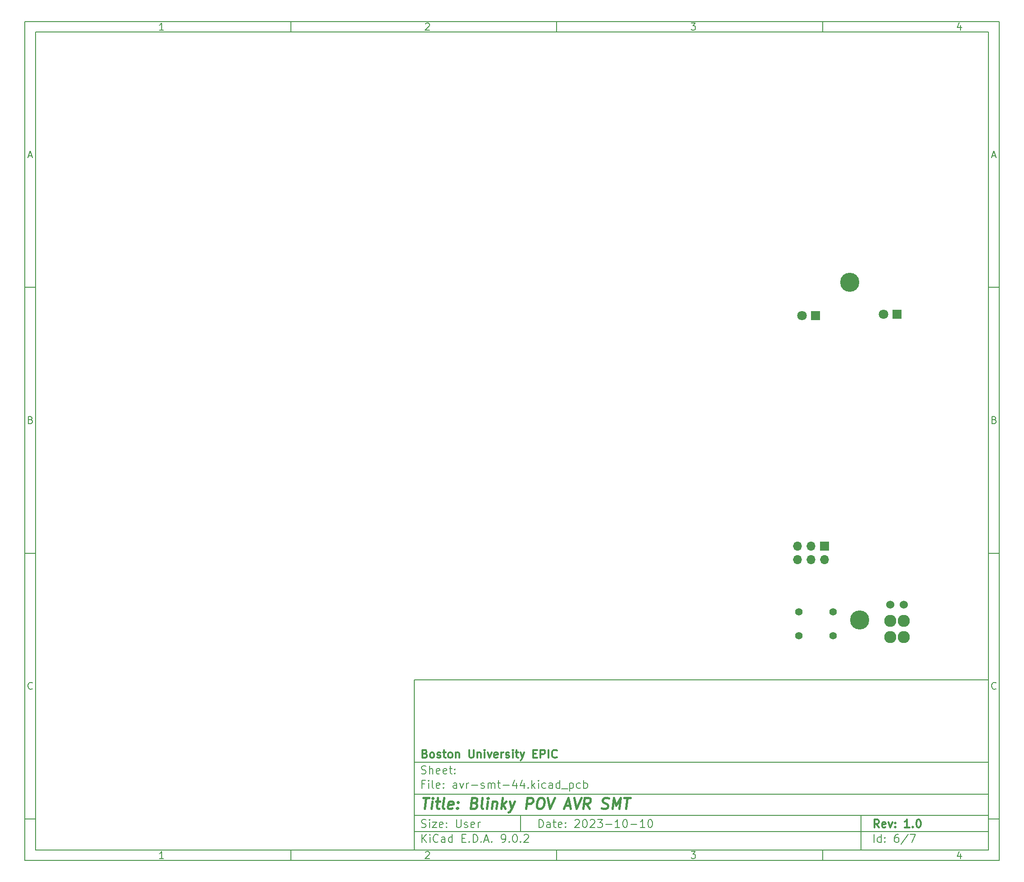
<source format=gbr>
%TF.GenerationSoftware,KiCad,Pcbnew,9.0.2-9.0.2-0~ubuntu24.04.1*%
%TF.CreationDate,2025-05-15T08:46:20-04:00*%
%TF.ProjectId,avr-smt-44,6176722d-736d-4742-9d34-342e6b696361,1.0*%
%TF.SameCoordinates,Original*%
%TF.FileFunction,Soldermask,Bot*%
%TF.FilePolarity,Negative*%
%FSLAX46Y46*%
G04 Gerber Fmt 4.6, Leading zero omitted, Abs format (unit mm)*
G04 Created by KiCad (PCBNEW 9.0.2-9.0.2-0~ubuntu24.04.1) date 2025-05-15 08:46:20*
%MOMM*%
%LPD*%
G01*
G04 APERTURE LIST*
%ADD10C,0.100000*%
%ADD11C,0.150000*%
%ADD12C,0.300000*%
%ADD13C,0.400000*%
%ADD14C,3.600000*%
%ADD15R,1.700000X1.700000*%
%ADD16O,1.700000X1.700000*%
%ADD17C,1.397000*%
%ADD18C,1.524000*%
%ADD19C,2.286000*%
%ADD20R,1.800000X1.800000*%
%ADD21C,1.800000*%
G04 APERTURE END LIST*
D10*
D11*
X83200000Y-133800000D02*
X191200000Y-133800000D01*
X191200000Y-165800000D01*
X83200000Y-165800000D01*
X83200000Y-133800000D01*
D10*
D11*
X10000000Y-10000000D02*
X193200000Y-10000000D01*
X193200000Y-167800000D01*
X10000000Y-167800000D01*
X10000000Y-10000000D01*
D10*
D11*
X12000000Y-12000000D02*
X191200000Y-12000000D01*
X191200000Y-165800000D01*
X12000000Y-165800000D01*
X12000000Y-12000000D01*
D10*
D11*
X60000000Y-12000000D02*
X60000000Y-10000000D01*
D10*
D11*
X110000000Y-12000000D02*
X110000000Y-10000000D01*
D10*
D11*
X160000000Y-12000000D02*
X160000000Y-10000000D01*
D10*
D11*
X36089160Y-11593604D02*
X35346303Y-11593604D01*
X35717731Y-11593604D02*
X35717731Y-10293604D01*
X35717731Y-10293604D02*
X35593922Y-10479319D01*
X35593922Y-10479319D02*
X35470112Y-10603128D01*
X35470112Y-10603128D02*
X35346303Y-10665033D01*
D10*
D11*
X85346303Y-10417414D02*
X85408207Y-10355509D01*
X85408207Y-10355509D02*
X85532017Y-10293604D01*
X85532017Y-10293604D02*
X85841541Y-10293604D01*
X85841541Y-10293604D02*
X85965350Y-10355509D01*
X85965350Y-10355509D02*
X86027255Y-10417414D01*
X86027255Y-10417414D02*
X86089160Y-10541223D01*
X86089160Y-10541223D02*
X86089160Y-10665033D01*
X86089160Y-10665033D02*
X86027255Y-10850747D01*
X86027255Y-10850747D02*
X85284398Y-11593604D01*
X85284398Y-11593604D02*
X86089160Y-11593604D01*
D10*
D11*
X135284398Y-10293604D02*
X136089160Y-10293604D01*
X136089160Y-10293604D02*
X135655826Y-10788842D01*
X135655826Y-10788842D02*
X135841541Y-10788842D01*
X135841541Y-10788842D02*
X135965350Y-10850747D01*
X135965350Y-10850747D02*
X136027255Y-10912652D01*
X136027255Y-10912652D02*
X136089160Y-11036461D01*
X136089160Y-11036461D02*
X136089160Y-11345985D01*
X136089160Y-11345985D02*
X136027255Y-11469795D01*
X136027255Y-11469795D02*
X135965350Y-11531700D01*
X135965350Y-11531700D02*
X135841541Y-11593604D01*
X135841541Y-11593604D02*
X135470112Y-11593604D01*
X135470112Y-11593604D02*
X135346303Y-11531700D01*
X135346303Y-11531700D02*
X135284398Y-11469795D01*
D10*
D11*
X185965350Y-10726938D02*
X185965350Y-11593604D01*
X185655826Y-10231700D02*
X185346303Y-11160271D01*
X185346303Y-11160271D02*
X186151064Y-11160271D01*
D10*
D11*
X60000000Y-165800000D02*
X60000000Y-167800000D01*
D10*
D11*
X110000000Y-165800000D02*
X110000000Y-167800000D01*
D10*
D11*
X160000000Y-165800000D02*
X160000000Y-167800000D01*
D10*
D11*
X36089160Y-167393604D02*
X35346303Y-167393604D01*
X35717731Y-167393604D02*
X35717731Y-166093604D01*
X35717731Y-166093604D02*
X35593922Y-166279319D01*
X35593922Y-166279319D02*
X35470112Y-166403128D01*
X35470112Y-166403128D02*
X35346303Y-166465033D01*
D10*
D11*
X85346303Y-166217414D02*
X85408207Y-166155509D01*
X85408207Y-166155509D02*
X85532017Y-166093604D01*
X85532017Y-166093604D02*
X85841541Y-166093604D01*
X85841541Y-166093604D02*
X85965350Y-166155509D01*
X85965350Y-166155509D02*
X86027255Y-166217414D01*
X86027255Y-166217414D02*
X86089160Y-166341223D01*
X86089160Y-166341223D02*
X86089160Y-166465033D01*
X86089160Y-166465033D02*
X86027255Y-166650747D01*
X86027255Y-166650747D02*
X85284398Y-167393604D01*
X85284398Y-167393604D02*
X86089160Y-167393604D01*
D10*
D11*
X135284398Y-166093604D02*
X136089160Y-166093604D01*
X136089160Y-166093604D02*
X135655826Y-166588842D01*
X135655826Y-166588842D02*
X135841541Y-166588842D01*
X135841541Y-166588842D02*
X135965350Y-166650747D01*
X135965350Y-166650747D02*
X136027255Y-166712652D01*
X136027255Y-166712652D02*
X136089160Y-166836461D01*
X136089160Y-166836461D02*
X136089160Y-167145985D01*
X136089160Y-167145985D02*
X136027255Y-167269795D01*
X136027255Y-167269795D02*
X135965350Y-167331700D01*
X135965350Y-167331700D02*
X135841541Y-167393604D01*
X135841541Y-167393604D02*
X135470112Y-167393604D01*
X135470112Y-167393604D02*
X135346303Y-167331700D01*
X135346303Y-167331700D02*
X135284398Y-167269795D01*
D10*
D11*
X185965350Y-166526938D02*
X185965350Y-167393604D01*
X185655826Y-166031700D02*
X185346303Y-166960271D01*
X185346303Y-166960271D02*
X186151064Y-166960271D01*
D10*
D11*
X10000000Y-60000000D02*
X12000000Y-60000000D01*
D10*
D11*
X10000000Y-110000000D02*
X12000000Y-110000000D01*
D10*
D11*
X10000000Y-160000000D02*
X12000000Y-160000000D01*
D10*
D11*
X10690476Y-35222176D02*
X11309523Y-35222176D01*
X10566666Y-35593604D02*
X10999999Y-34293604D01*
X10999999Y-34293604D02*
X11433333Y-35593604D01*
D10*
D11*
X11092857Y-84912652D02*
X11278571Y-84974557D01*
X11278571Y-84974557D02*
X11340476Y-85036461D01*
X11340476Y-85036461D02*
X11402380Y-85160271D01*
X11402380Y-85160271D02*
X11402380Y-85345985D01*
X11402380Y-85345985D02*
X11340476Y-85469795D01*
X11340476Y-85469795D02*
X11278571Y-85531700D01*
X11278571Y-85531700D02*
X11154761Y-85593604D01*
X11154761Y-85593604D02*
X10659523Y-85593604D01*
X10659523Y-85593604D02*
X10659523Y-84293604D01*
X10659523Y-84293604D02*
X11092857Y-84293604D01*
X11092857Y-84293604D02*
X11216666Y-84355509D01*
X11216666Y-84355509D02*
X11278571Y-84417414D01*
X11278571Y-84417414D02*
X11340476Y-84541223D01*
X11340476Y-84541223D02*
X11340476Y-84665033D01*
X11340476Y-84665033D02*
X11278571Y-84788842D01*
X11278571Y-84788842D02*
X11216666Y-84850747D01*
X11216666Y-84850747D02*
X11092857Y-84912652D01*
X11092857Y-84912652D02*
X10659523Y-84912652D01*
D10*
D11*
X11402380Y-135469795D02*
X11340476Y-135531700D01*
X11340476Y-135531700D02*
X11154761Y-135593604D01*
X11154761Y-135593604D02*
X11030952Y-135593604D01*
X11030952Y-135593604D02*
X10845238Y-135531700D01*
X10845238Y-135531700D02*
X10721428Y-135407890D01*
X10721428Y-135407890D02*
X10659523Y-135284080D01*
X10659523Y-135284080D02*
X10597619Y-135036461D01*
X10597619Y-135036461D02*
X10597619Y-134850747D01*
X10597619Y-134850747D02*
X10659523Y-134603128D01*
X10659523Y-134603128D02*
X10721428Y-134479319D01*
X10721428Y-134479319D02*
X10845238Y-134355509D01*
X10845238Y-134355509D02*
X11030952Y-134293604D01*
X11030952Y-134293604D02*
X11154761Y-134293604D01*
X11154761Y-134293604D02*
X11340476Y-134355509D01*
X11340476Y-134355509D02*
X11402380Y-134417414D01*
D10*
D11*
X193200000Y-60000000D02*
X191200000Y-60000000D01*
D10*
D11*
X193200000Y-110000000D02*
X191200000Y-110000000D01*
D10*
D11*
X193200000Y-160000000D02*
X191200000Y-160000000D01*
D10*
D11*
X191890476Y-35222176D02*
X192509523Y-35222176D01*
X191766666Y-35593604D02*
X192199999Y-34293604D01*
X192199999Y-34293604D02*
X192633333Y-35593604D01*
D10*
D11*
X192292857Y-84912652D02*
X192478571Y-84974557D01*
X192478571Y-84974557D02*
X192540476Y-85036461D01*
X192540476Y-85036461D02*
X192602380Y-85160271D01*
X192602380Y-85160271D02*
X192602380Y-85345985D01*
X192602380Y-85345985D02*
X192540476Y-85469795D01*
X192540476Y-85469795D02*
X192478571Y-85531700D01*
X192478571Y-85531700D02*
X192354761Y-85593604D01*
X192354761Y-85593604D02*
X191859523Y-85593604D01*
X191859523Y-85593604D02*
X191859523Y-84293604D01*
X191859523Y-84293604D02*
X192292857Y-84293604D01*
X192292857Y-84293604D02*
X192416666Y-84355509D01*
X192416666Y-84355509D02*
X192478571Y-84417414D01*
X192478571Y-84417414D02*
X192540476Y-84541223D01*
X192540476Y-84541223D02*
X192540476Y-84665033D01*
X192540476Y-84665033D02*
X192478571Y-84788842D01*
X192478571Y-84788842D02*
X192416666Y-84850747D01*
X192416666Y-84850747D02*
X192292857Y-84912652D01*
X192292857Y-84912652D02*
X191859523Y-84912652D01*
D10*
D11*
X192602380Y-135469795D02*
X192540476Y-135531700D01*
X192540476Y-135531700D02*
X192354761Y-135593604D01*
X192354761Y-135593604D02*
X192230952Y-135593604D01*
X192230952Y-135593604D02*
X192045238Y-135531700D01*
X192045238Y-135531700D02*
X191921428Y-135407890D01*
X191921428Y-135407890D02*
X191859523Y-135284080D01*
X191859523Y-135284080D02*
X191797619Y-135036461D01*
X191797619Y-135036461D02*
X191797619Y-134850747D01*
X191797619Y-134850747D02*
X191859523Y-134603128D01*
X191859523Y-134603128D02*
X191921428Y-134479319D01*
X191921428Y-134479319D02*
X192045238Y-134355509D01*
X192045238Y-134355509D02*
X192230952Y-134293604D01*
X192230952Y-134293604D02*
X192354761Y-134293604D01*
X192354761Y-134293604D02*
X192540476Y-134355509D01*
X192540476Y-134355509D02*
X192602380Y-134417414D01*
D10*
D11*
X106655826Y-161586128D02*
X106655826Y-160086128D01*
X106655826Y-160086128D02*
X107012969Y-160086128D01*
X107012969Y-160086128D02*
X107227255Y-160157557D01*
X107227255Y-160157557D02*
X107370112Y-160300414D01*
X107370112Y-160300414D02*
X107441541Y-160443271D01*
X107441541Y-160443271D02*
X107512969Y-160728985D01*
X107512969Y-160728985D02*
X107512969Y-160943271D01*
X107512969Y-160943271D02*
X107441541Y-161228985D01*
X107441541Y-161228985D02*
X107370112Y-161371842D01*
X107370112Y-161371842D02*
X107227255Y-161514700D01*
X107227255Y-161514700D02*
X107012969Y-161586128D01*
X107012969Y-161586128D02*
X106655826Y-161586128D01*
X108798684Y-161586128D02*
X108798684Y-160800414D01*
X108798684Y-160800414D02*
X108727255Y-160657557D01*
X108727255Y-160657557D02*
X108584398Y-160586128D01*
X108584398Y-160586128D02*
X108298684Y-160586128D01*
X108298684Y-160586128D02*
X108155826Y-160657557D01*
X108798684Y-161514700D02*
X108655826Y-161586128D01*
X108655826Y-161586128D02*
X108298684Y-161586128D01*
X108298684Y-161586128D02*
X108155826Y-161514700D01*
X108155826Y-161514700D02*
X108084398Y-161371842D01*
X108084398Y-161371842D02*
X108084398Y-161228985D01*
X108084398Y-161228985D02*
X108155826Y-161086128D01*
X108155826Y-161086128D02*
X108298684Y-161014700D01*
X108298684Y-161014700D02*
X108655826Y-161014700D01*
X108655826Y-161014700D02*
X108798684Y-160943271D01*
X109298684Y-160586128D02*
X109870112Y-160586128D01*
X109512969Y-160086128D02*
X109512969Y-161371842D01*
X109512969Y-161371842D02*
X109584398Y-161514700D01*
X109584398Y-161514700D02*
X109727255Y-161586128D01*
X109727255Y-161586128D02*
X109870112Y-161586128D01*
X110941541Y-161514700D02*
X110798684Y-161586128D01*
X110798684Y-161586128D02*
X110512970Y-161586128D01*
X110512970Y-161586128D02*
X110370112Y-161514700D01*
X110370112Y-161514700D02*
X110298684Y-161371842D01*
X110298684Y-161371842D02*
X110298684Y-160800414D01*
X110298684Y-160800414D02*
X110370112Y-160657557D01*
X110370112Y-160657557D02*
X110512970Y-160586128D01*
X110512970Y-160586128D02*
X110798684Y-160586128D01*
X110798684Y-160586128D02*
X110941541Y-160657557D01*
X110941541Y-160657557D02*
X111012970Y-160800414D01*
X111012970Y-160800414D02*
X111012970Y-160943271D01*
X111012970Y-160943271D02*
X110298684Y-161086128D01*
X111655826Y-161443271D02*
X111727255Y-161514700D01*
X111727255Y-161514700D02*
X111655826Y-161586128D01*
X111655826Y-161586128D02*
X111584398Y-161514700D01*
X111584398Y-161514700D02*
X111655826Y-161443271D01*
X111655826Y-161443271D02*
X111655826Y-161586128D01*
X111655826Y-160657557D02*
X111727255Y-160728985D01*
X111727255Y-160728985D02*
X111655826Y-160800414D01*
X111655826Y-160800414D02*
X111584398Y-160728985D01*
X111584398Y-160728985D02*
X111655826Y-160657557D01*
X111655826Y-160657557D02*
X111655826Y-160800414D01*
X113441541Y-160228985D02*
X113512969Y-160157557D01*
X113512969Y-160157557D02*
X113655827Y-160086128D01*
X113655827Y-160086128D02*
X114012969Y-160086128D01*
X114012969Y-160086128D02*
X114155827Y-160157557D01*
X114155827Y-160157557D02*
X114227255Y-160228985D01*
X114227255Y-160228985D02*
X114298684Y-160371842D01*
X114298684Y-160371842D02*
X114298684Y-160514700D01*
X114298684Y-160514700D02*
X114227255Y-160728985D01*
X114227255Y-160728985D02*
X113370112Y-161586128D01*
X113370112Y-161586128D02*
X114298684Y-161586128D01*
X115227255Y-160086128D02*
X115370112Y-160086128D01*
X115370112Y-160086128D02*
X115512969Y-160157557D01*
X115512969Y-160157557D02*
X115584398Y-160228985D01*
X115584398Y-160228985D02*
X115655826Y-160371842D01*
X115655826Y-160371842D02*
X115727255Y-160657557D01*
X115727255Y-160657557D02*
X115727255Y-161014700D01*
X115727255Y-161014700D02*
X115655826Y-161300414D01*
X115655826Y-161300414D02*
X115584398Y-161443271D01*
X115584398Y-161443271D02*
X115512969Y-161514700D01*
X115512969Y-161514700D02*
X115370112Y-161586128D01*
X115370112Y-161586128D02*
X115227255Y-161586128D01*
X115227255Y-161586128D02*
X115084398Y-161514700D01*
X115084398Y-161514700D02*
X115012969Y-161443271D01*
X115012969Y-161443271D02*
X114941540Y-161300414D01*
X114941540Y-161300414D02*
X114870112Y-161014700D01*
X114870112Y-161014700D02*
X114870112Y-160657557D01*
X114870112Y-160657557D02*
X114941540Y-160371842D01*
X114941540Y-160371842D02*
X115012969Y-160228985D01*
X115012969Y-160228985D02*
X115084398Y-160157557D01*
X115084398Y-160157557D02*
X115227255Y-160086128D01*
X116298683Y-160228985D02*
X116370111Y-160157557D01*
X116370111Y-160157557D02*
X116512969Y-160086128D01*
X116512969Y-160086128D02*
X116870111Y-160086128D01*
X116870111Y-160086128D02*
X117012969Y-160157557D01*
X117012969Y-160157557D02*
X117084397Y-160228985D01*
X117084397Y-160228985D02*
X117155826Y-160371842D01*
X117155826Y-160371842D02*
X117155826Y-160514700D01*
X117155826Y-160514700D02*
X117084397Y-160728985D01*
X117084397Y-160728985D02*
X116227254Y-161586128D01*
X116227254Y-161586128D02*
X117155826Y-161586128D01*
X117655825Y-160086128D02*
X118584397Y-160086128D01*
X118584397Y-160086128D02*
X118084397Y-160657557D01*
X118084397Y-160657557D02*
X118298682Y-160657557D01*
X118298682Y-160657557D02*
X118441540Y-160728985D01*
X118441540Y-160728985D02*
X118512968Y-160800414D01*
X118512968Y-160800414D02*
X118584397Y-160943271D01*
X118584397Y-160943271D02*
X118584397Y-161300414D01*
X118584397Y-161300414D02*
X118512968Y-161443271D01*
X118512968Y-161443271D02*
X118441540Y-161514700D01*
X118441540Y-161514700D02*
X118298682Y-161586128D01*
X118298682Y-161586128D02*
X117870111Y-161586128D01*
X117870111Y-161586128D02*
X117727254Y-161514700D01*
X117727254Y-161514700D02*
X117655825Y-161443271D01*
X119227253Y-161014700D02*
X120370111Y-161014700D01*
X121870111Y-161586128D02*
X121012968Y-161586128D01*
X121441539Y-161586128D02*
X121441539Y-160086128D01*
X121441539Y-160086128D02*
X121298682Y-160300414D01*
X121298682Y-160300414D02*
X121155825Y-160443271D01*
X121155825Y-160443271D02*
X121012968Y-160514700D01*
X122798682Y-160086128D02*
X122941539Y-160086128D01*
X122941539Y-160086128D02*
X123084396Y-160157557D01*
X123084396Y-160157557D02*
X123155825Y-160228985D01*
X123155825Y-160228985D02*
X123227253Y-160371842D01*
X123227253Y-160371842D02*
X123298682Y-160657557D01*
X123298682Y-160657557D02*
X123298682Y-161014700D01*
X123298682Y-161014700D02*
X123227253Y-161300414D01*
X123227253Y-161300414D02*
X123155825Y-161443271D01*
X123155825Y-161443271D02*
X123084396Y-161514700D01*
X123084396Y-161514700D02*
X122941539Y-161586128D01*
X122941539Y-161586128D02*
X122798682Y-161586128D01*
X122798682Y-161586128D02*
X122655825Y-161514700D01*
X122655825Y-161514700D02*
X122584396Y-161443271D01*
X122584396Y-161443271D02*
X122512967Y-161300414D01*
X122512967Y-161300414D02*
X122441539Y-161014700D01*
X122441539Y-161014700D02*
X122441539Y-160657557D01*
X122441539Y-160657557D02*
X122512967Y-160371842D01*
X122512967Y-160371842D02*
X122584396Y-160228985D01*
X122584396Y-160228985D02*
X122655825Y-160157557D01*
X122655825Y-160157557D02*
X122798682Y-160086128D01*
X123941538Y-161014700D02*
X125084396Y-161014700D01*
X126584396Y-161586128D02*
X125727253Y-161586128D01*
X126155824Y-161586128D02*
X126155824Y-160086128D01*
X126155824Y-160086128D02*
X126012967Y-160300414D01*
X126012967Y-160300414D02*
X125870110Y-160443271D01*
X125870110Y-160443271D02*
X125727253Y-160514700D01*
X127512967Y-160086128D02*
X127655824Y-160086128D01*
X127655824Y-160086128D02*
X127798681Y-160157557D01*
X127798681Y-160157557D02*
X127870110Y-160228985D01*
X127870110Y-160228985D02*
X127941538Y-160371842D01*
X127941538Y-160371842D02*
X128012967Y-160657557D01*
X128012967Y-160657557D02*
X128012967Y-161014700D01*
X128012967Y-161014700D02*
X127941538Y-161300414D01*
X127941538Y-161300414D02*
X127870110Y-161443271D01*
X127870110Y-161443271D02*
X127798681Y-161514700D01*
X127798681Y-161514700D02*
X127655824Y-161586128D01*
X127655824Y-161586128D02*
X127512967Y-161586128D01*
X127512967Y-161586128D02*
X127370110Y-161514700D01*
X127370110Y-161514700D02*
X127298681Y-161443271D01*
X127298681Y-161443271D02*
X127227252Y-161300414D01*
X127227252Y-161300414D02*
X127155824Y-161014700D01*
X127155824Y-161014700D02*
X127155824Y-160657557D01*
X127155824Y-160657557D02*
X127227252Y-160371842D01*
X127227252Y-160371842D02*
X127298681Y-160228985D01*
X127298681Y-160228985D02*
X127370110Y-160157557D01*
X127370110Y-160157557D02*
X127512967Y-160086128D01*
D10*
D11*
X83200000Y-162300000D02*
X191200000Y-162300000D01*
D10*
D11*
X84655826Y-164386128D02*
X84655826Y-162886128D01*
X85512969Y-164386128D02*
X84870112Y-163528985D01*
X85512969Y-162886128D02*
X84655826Y-163743271D01*
X86155826Y-164386128D02*
X86155826Y-163386128D01*
X86155826Y-162886128D02*
X86084398Y-162957557D01*
X86084398Y-162957557D02*
X86155826Y-163028985D01*
X86155826Y-163028985D02*
X86227255Y-162957557D01*
X86227255Y-162957557D02*
X86155826Y-162886128D01*
X86155826Y-162886128D02*
X86155826Y-163028985D01*
X87727255Y-164243271D02*
X87655827Y-164314700D01*
X87655827Y-164314700D02*
X87441541Y-164386128D01*
X87441541Y-164386128D02*
X87298684Y-164386128D01*
X87298684Y-164386128D02*
X87084398Y-164314700D01*
X87084398Y-164314700D02*
X86941541Y-164171842D01*
X86941541Y-164171842D02*
X86870112Y-164028985D01*
X86870112Y-164028985D02*
X86798684Y-163743271D01*
X86798684Y-163743271D02*
X86798684Y-163528985D01*
X86798684Y-163528985D02*
X86870112Y-163243271D01*
X86870112Y-163243271D02*
X86941541Y-163100414D01*
X86941541Y-163100414D02*
X87084398Y-162957557D01*
X87084398Y-162957557D02*
X87298684Y-162886128D01*
X87298684Y-162886128D02*
X87441541Y-162886128D01*
X87441541Y-162886128D02*
X87655827Y-162957557D01*
X87655827Y-162957557D02*
X87727255Y-163028985D01*
X89012970Y-164386128D02*
X89012970Y-163600414D01*
X89012970Y-163600414D02*
X88941541Y-163457557D01*
X88941541Y-163457557D02*
X88798684Y-163386128D01*
X88798684Y-163386128D02*
X88512970Y-163386128D01*
X88512970Y-163386128D02*
X88370112Y-163457557D01*
X89012970Y-164314700D02*
X88870112Y-164386128D01*
X88870112Y-164386128D02*
X88512970Y-164386128D01*
X88512970Y-164386128D02*
X88370112Y-164314700D01*
X88370112Y-164314700D02*
X88298684Y-164171842D01*
X88298684Y-164171842D02*
X88298684Y-164028985D01*
X88298684Y-164028985D02*
X88370112Y-163886128D01*
X88370112Y-163886128D02*
X88512970Y-163814700D01*
X88512970Y-163814700D02*
X88870112Y-163814700D01*
X88870112Y-163814700D02*
X89012970Y-163743271D01*
X90370113Y-164386128D02*
X90370113Y-162886128D01*
X90370113Y-164314700D02*
X90227255Y-164386128D01*
X90227255Y-164386128D02*
X89941541Y-164386128D01*
X89941541Y-164386128D02*
X89798684Y-164314700D01*
X89798684Y-164314700D02*
X89727255Y-164243271D01*
X89727255Y-164243271D02*
X89655827Y-164100414D01*
X89655827Y-164100414D02*
X89655827Y-163671842D01*
X89655827Y-163671842D02*
X89727255Y-163528985D01*
X89727255Y-163528985D02*
X89798684Y-163457557D01*
X89798684Y-163457557D02*
X89941541Y-163386128D01*
X89941541Y-163386128D02*
X90227255Y-163386128D01*
X90227255Y-163386128D02*
X90370113Y-163457557D01*
X92227255Y-163600414D02*
X92727255Y-163600414D01*
X92941541Y-164386128D02*
X92227255Y-164386128D01*
X92227255Y-164386128D02*
X92227255Y-162886128D01*
X92227255Y-162886128D02*
X92941541Y-162886128D01*
X93584398Y-164243271D02*
X93655827Y-164314700D01*
X93655827Y-164314700D02*
X93584398Y-164386128D01*
X93584398Y-164386128D02*
X93512970Y-164314700D01*
X93512970Y-164314700D02*
X93584398Y-164243271D01*
X93584398Y-164243271D02*
X93584398Y-164386128D01*
X94298684Y-164386128D02*
X94298684Y-162886128D01*
X94298684Y-162886128D02*
X94655827Y-162886128D01*
X94655827Y-162886128D02*
X94870113Y-162957557D01*
X94870113Y-162957557D02*
X95012970Y-163100414D01*
X95012970Y-163100414D02*
X95084399Y-163243271D01*
X95084399Y-163243271D02*
X95155827Y-163528985D01*
X95155827Y-163528985D02*
X95155827Y-163743271D01*
X95155827Y-163743271D02*
X95084399Y-164028985D01*
X95084399Y-164028985D02*
X95012970Y-164171842D01*
X95012970Y-164171842D02*
X94870113Y-164314700D01*
X94870113Y-164314700D02*
X94655827Y-164386128D01*
X94655827Y-164386128D02*
X94298684Y-164386128D01*
X95798684Y-164243271D02*
X95870113Y-164314700D01*
X95870113Y-164314700D02*
X95798684Y-164386128D01*
X95798684Y-164386128D02*
X95727256Y-164314700D01*
X95727256Y-164314700D02*
X95798684Y-164243271D01*
X95798684Y-164243271D02*
X95798684Y-164386128D01*
X96441542Y-163957557D02*
X97155828Y-163957557D01*
X96298685Y-164386128D02*
X96798685Y-162886128D01*
X96798685Y-162886128D02*
X97298685Y-164386128D01*
X97798684Y-164243271D02*
X97870113Y-164314700D01*
X97870113Y-164314700D02*
X97798684Y-164386128D01*
X97798684Y-164386128D02*
X97727256Y-164314700D01*
X97727256Y-164314700D02*
X97798684Y-164243271D01*
X97798684Y-164243271D02*
X97798684Y-164386128D01*
X99727256Y-164386128D02*
X100012970Y-164386128D01*
X100012970Y-164386128D02*
X100155827Y-164314700D01*
X100155827Y-164314700D02*
X100227256Y-164243271D01*
X100227256Y-164243271D02*
X100370113Y-164028985D01*
X100370113Y-164028985D02*
X100441542Y-163743271D01*
X100441542Y-163743271D02*
X100441542Y-163171842D01*
X100441542Y-163171842D02*
X100370113Y-163028985D01*
X100370113Y-163028985D02*
X100298685Y-162957557D01*
X100298685Y-162957557D02*
X100155827Y-162886128D01*
X100155827Y-162886128D02*
X99870113Y-162886128D01*
X99870113Y-162886128D02*
X99727256Y-162957557D01*
X99727256Y-162957557D02*
X99655827Y-163028985D01*
X99655827Y-163028985D02*
X99584399Y-163171842D01*
X99584399Y-163171842D02*
X99584399Y-163528985D01*
X99584399Y-163528985D02*
X99655827Y-163671842D01*
X99655827Y-163671842D02*
X99727256Y-163743271D01*
X99727256Y-163743271D02*
X99870113Y-163814700D01*
X99870113Y-163814700D02*
X100155827Y-163814700D01*
X100155827Y-163814700D02*
X100298685Y-163743271D01*
X100298685Y-163743271D02*
X100370113Y-163671842D01*
X100370113Y-163671842D02*
X100441542Y-163528985D01*
X101084398Y-164243271D02*
X101155827Y-164314700D01*
X101155827Y-164314700D02*
X101084398Y-164386128D01*
X101084398Y-164386128D02*
X101012970Y-164314700D01*
X101012970Y-164314700D02*
X101084398Y-164243271D01*
X101084398Y-164243271D02*
X101084398Y-164386128D01*
X102084399Y-162886128D02*
X102227256Y-162886128D01*
X102227256Y-162886128D02*
X102370113Y-162957557D01*
X102370113Y-162957557D02*
X102441542Y-163028985D01*
X102441542Y-163028985D02*
X102512970Y-163171842D01*
X102512970Y-163171842D02*
X102584399Y-163457557D01*
X102584399Y-163457557D02*
X102584399Y-163814700D01*
X102584399Y-163814700D02*
X102512970Y-164100414D01*
X102512970Y-164100414D02*
X102441542Y-164243271D01*
X102441542Y-164243271D02*
X102370113Y-164314700D01*
X102370113Y-164314700D02*
X102227256Y-164386128D01*
X102227256Y-164386128D02*
X102084399Y-164386128D01*
X102084399Y-164386128D02*
X101941542Y-164314700D01*
X101941542Y-164314700D02*
X101870113Y-164243271D01*
X101870113Y-164243271D02*
X101798684Y-164100414D01*
X101798684Y-164100414D02*
X101727256Y-163814700D01*
X101727256Y-163814700D02*
X101727256Y-163457557D01*
X101727256Y-163457557D02*
X101798684Y-163171842D01*
X101798684Y-163171842D02*
X101870113Y-163028985D01*
X101870113Y-163028985D02*
X101941542Y-162957557D01*
X101941542Y-162957557D02*
X102084399Y-162886128D01*
X103227255Y-164243271D02*
X103298684Y-164314700D01*
X103298684Y-164314700D02*
X103227255Y-164386128D01*
X103227255Y-164386128D02*
X103155827Y-164314700D01*
X103155827Y-164314700D02*
X103227255Y-164243271D01*
X103227255Y-164243271D02*
X103227255Y-164386128D01*
X103870113Y-163028985D02*
X103941541Y-162957557D01*
X103941541Y-162957557D02*
X104084399Y-162886128D01*
X104084399Y-162886128D02*
X104441541Y-162886128D01*
X104441541Y-162886128D02*
X104584399Y-162957557D01*
X104584399Y-162957557D02*
X104655827Y-163028985D01*
X104655827Y-163028985D02*
X104727256Y-163171842D01*
X104727256Y-163171842D02*
X104727256Y-163314700D01*
X104727256Y-163314700D02*
X104655827Y-163528985D01*
X104655827Y-163528985D02*
X103798684Y-164386128D01*
X103798684Y-164386128D02*
X104727256Y-164386128D01*
D10*
D11*
X83200000Y-159300000D02*
X191200000Y-159300000D01*
D10*
D12*
X170611653Y-161578328D02*
X170111653Y-160864042D01*
X169754510Y-161578328D02*
X169754510Y-160078328D01*
X169754510Y-160078328D02*
X170325939Y-160078328D01*
X170325939Y-160078328D02*
X170468796Y-160149757D01*
X170468796Y-160149757D02*
X170540225Y-160221185D01*
X170540225Y-160221185D02*
X170611653Y-160364042D01*
X170611653Y-160364042D02*
X170611653Y-160578328D01*
X170611653Y-160578328D02*
X170540225Y-160721185D01*
X170540225Y-160721185D02*
X170468796Y-160792614D01*
X170468796Y-160792614D02*
X170325939Y-160864042D01*
X170325939Y-160864042D02*
X169754510Y-160864042D01*
X171825939Y-161506900D02*
X171683082Y-161578328D01*
X171683082Y-161578328D02*
X171397368Y-161578328D01*
X171397368Y-161578328D02*
X171254510Y-161506900D01*
X171254510Y-161506900D02*
X171183082Y-161364042D01*
X171183082Y-161364042D02*
X171183082Y-160792614D01*
X171183082Y-160792614D02*
X171254510Y-160649757D01*
X171254510Y-160649757D02*
X171397368Y-160578328D01*
X171397368Y-160578328D02*
X171683082Y-160578328D01*
X171683082Y-160578328D02*
X171825939Y-160649757D01*
X171825939Y-160649757D02*
X171897368Y-160792614D01*
X171897368Y-160792614D02*
X171897368Y-160935471D01*
X171897368Y-160935471D02*
X171183082Y-161078328D01*
X172397367Y-160578328D02*
X172754510Y-161578328D01*
X172754510Y-161578328D02*
X173111653Y-160578328D01*
X173683081Y-161435471D02*
X173754510Y-161506900D01*
X173754510Y-161506900D02*
X173683081Y-161578328D01*
X173683081Y-161578328D02*
X173611653Y-161506900D01*
X173611653Y-161506900D02*
X173683081Y-161435471D01*
X173683081Y-161435471D02*
X173683081Y-161578328D01*
X173683081Y-160649757D02*
X173754510Y-160721185D01*
X173754510Y-160721185D02*
X173683081Y-160792614D01*
X173683081Y-160792614D02*
X173611653Y-160721185D01*
X173611653Y-160721185D02*
X173683081Y-160649757D01*
X173683081Y-160649757D02*
X173683081Y-160792614D01*
X176325939Y-161578328D02*
X175468796Y-161578328D01*
X175897367Y-161578328D02*
X175897367Y-160078328D01*
X175897367Y-160078328D02*
X175754510Y-160292614D01*
X175754510Y-160292614D02*
X175611653Y-160435471D01*
X175611653Y-160435471D02*
X175468796Y-160506900D01*
X176968795Y-161435471D02*
X177040224Y-161506900D01*
X177040224Y-161506900D02*
X176968795Y-161578328D01*
X176968795Y-161578328D02*
X176897367Y-161506900D01*
X176897367Y-161506900D02*
X176968795Y-161435471D01*
X176968795Y-161435471D02*
X176968795Y-161578328D01*
X177968796Y-160078328D02*
X178111653Y-160078328D01*
X178111653Y-160078328D02*
X178254510Y-160149757D01*
X178254510Y-160149757D02*
X178325939Y-160221185D01*
X178325939Y-160221185D02*
X178397367Y-160364042D01*
X178397367Y-160364042D02*
X178468796Y-160649757D01*
X178468796Y-160649757D02*
X178468796Y-161006900D01*
X178468796Y-161006900D02*
X178397367Y-161292614D01*
X178397367Y-161292614D02*
X178325939Y-161435471D01*
X178325939Y-161435471D02*
X178254510Y-161506900D01*
X178254510Y-161506900D02*
X178111653Y-161578328D01*
X178111653Y-161578328D02*
X177968796Y-161578328D01*
X177968796Y-161578328D02*
X177825939Y-161506900D01*
X177825939Y-161506900D02*
X177754510Y-161435471D01*
X177754510Y-161435471D02*
X177683081Y-161292614D01*
X177683081Y-161292614D02*
X177611653Y-161006900D01*
X177611653Y-161006900D02*
X177611653Y-160649757D01*
X177611653Y-160649757D02*
X177683081Y-160364042D01*
X177683081Y-160364042D02*
X177754510Y-160221185D01*
X177754510Y-160221185D02*
X177825939Y-160149757D01*
X177825939Y-160149757D02*
X177968796Y-160078328D01*
D10*
D11*
X84584398Y-161514700D02*
X84798684Y-161586128D01*
X84798684Y-161586128D02*
X85155826Y-161586128D01*
X85155826Y-161586128D02*
X85298684Y-161514700D01*
X85298684Y-161514700D02*
X85370112Y-161443271D01*
X85370112Y-161443271D02*
X85441541Y-161300414D01*
X85441541Y-161300414D02*
X85441541Y-161157557D01*
X85441541Y-161157557D02*
X85370112Y-161014700D01*
X85370112Y-161014700D02*
X85298684Y-160943271D01*
X85298684Y-160943271D02*
X85155826Y-160871842D01*
X85155826Y-160871842D02*
X84870112Y-160800414D01*
X84870112Y-160800414D02*
X84727255Y-160728985D01*
X84727255Y-160728985D02*
X84655826Y-160657557D01*
X84655826Y-160657557D02*
X84584398Y-160514700D01*
X84584398Y-160514700D02*
X84584398Y-160371842D01*
X84584398Y-160371842D02*
X84655826Y-160228985D01*
X84655826Y-160228985D02*
X84727255Y-160157557D01*
X84727255Y-160157557D02*
X84870112Y-160086128D01*
X84870112Y-160086128D02*
X85227255Y-160086128D01*
X85227255Y-160086128D02*
X85441541Y-160157557D01*
X86084397Y-161586128D02*
X86084397Y-160586128D01*
X86084397Y-160086128D02*
X86012969Y-160157557D01*
X86012969Y-160157557D02*
X86084397Y-160228985D01*
X86084397Y-160228985D02*
X86155826Y-160157557D01*
X86155826Y-160157557D02*
X86084397Y-160086128D01*
X86084397Y-160086128D02*
X86084397Y-160228985D01*
X86655826Y-160586128D02*
X87441541Y-160586128D01*
X87441541Y-160586128D02*
X86655826Y-161586128D01*
X86655826Y-161586128D02*
X87441541Y-161586128D01*
X88584398Y-161514700D02*
X88441541Y-161586128D01*
X88441541Y-161586128D02*
X88155827Y-161586128D01*
X88155827Y-161586128D02*
X88012969Y-161514700D01*
X88012969Y-161514700D02*
X87941541Y-161371842D01*
X87941541Y-161371842D02*
X87941541Y-160800414D01*
X87941541Y-160800414D02*
X88012969Y-160657557D01*
X88012969Y-160657557D02*
X88155827Y-160586128D01*
X88155827Y-160586128D02*
X88441541Y-160586128D01*
X88441541Y-160586128D02*
X88584398Y-160657557D01*
X88584398Y-160657557D02*
X88655827Y-160800414D01*
X88655827Y-160800414D02*
X88655827Y-160943271D01*
X88655827Y-160943271D02*
X87941541Y-161086128D01*
X89298683Y-161443271D02*
X89370112Y-161514700D01*
X89370112Y-161514700D02*
X89298683Y-161586128D01*
X89298683Y-161586128D02*
X89227255Y-161514700D01*
X89227255Y-161514700D02*
X89298683Y-161443271D01*
X89298683Y-161443271D02*
X89298683Y-161586128D01*
X89298683Y-160657557D02*
X89370112Y-160728985D01*
X89370112Y-160728985D02*
X89298683Y-160800414D01*
X89298683Y-160800414D02*
X89227255Y-160728985D01*
X89227255Y-160728985D02*
X89298683Y-160657557D01*
X89298683Y-160657557D02*
X89298683Y-160800414D01*
X91155826Y-160086128D02*
X91155826Y-161300414D01*
X91155826Y-161300414D02*
X91227255Y-161443271D01*
X91227255Y-161443271D02*
X91298684Y-161514700D01*
X91298684Y-161514700D02*
X91441541Y-161586128D01*
X91441541Y-161586128D02*
X91727255Y-161586128D01*
X91727255Y-161586128D02*
X91870112Y-161514700D01*
X91870112Y-161514700D02*
X91941541Y-161443271D01*
X91941541Y-161443271D02*
X92012969Y-161300414D01*
X92012969Y-161300414D02*
X92012969Y-160086128D01*
X92655827Y-161514700D02*
X92798684Y-161586128D01*
X92798684Y-161586128D02*
X93084398Y-161586128D01*
X93084398Y-161586128D02*
X93227255Y-161514700D01*
X93227255Y-161514700D02*
X93298684Y-161371842D01*
X93298684Y-161371842D02*
X93298684Y-161300414D01*
X93298684Y-161300414D02*
X93227255Y-161157557D01*
X93227255Y-161157557D02*
X93084398Y-161086128D01*
X93084398Y-161086128D02*
X92870113Y-161086128D01*
X92870113Y-161086128D02*
X92727255Y-161014700D01*
X92727255Y-161014700D02*
X92655827Y-160871842D01*
X92655827Y-160871842D02*
X92655827Y-160800414D01*
X92655827Y-160800414D02*
X92727255Y-160657557D01*
X92727255Y-160657557D02*
X92870113Y-160586128D01*
X92870113Y-160586128D02*
X93084398Y-160586128D01*
X93084398Y-160586128D02*
X93227255Y-160657557D01*
X94512970Y-161514700D02*
X94370113Y-161586128D01*
X94370113Y-161586128D02*
X94084399Y-161586128D01*
X94084399Y-161586128D02*
X93941541Y-161514700D01*
X93941541Y-161514700D02*
X93870113Y-161371842D01*
X93870113Y-161371842D02*
X93870113Y-160800414D01*
X93870113Y-160800414D02*
X93941541Y-160657557D01*
X93941541Y-160657557D02*
X94084399Y-160586128D01*
X94084399Y-160586128D02*
X94370113Y-160586128D01*
X94370113Y-160586128D02*
X94512970Y-160657557D01*
X94512970Y-160657557D02*
X94584399Y-160800414D01*
X94584399Y-160800414D02*
X94584399Y-160943271D01*
X94584399Y-160943271D02*
X93870113Y-161086128D01*
X95227255Y-161586128D02*
X95227255Y-160586128D01*
X95227255Y-160871842D02*
X95298684Y-160728985D01*
X95298684Y-160728985D02*
X95370113Y-160657557D01*
X95370113Y-160657557D02*
X95512970Y-160586128D01*
X95512970Y-160586128D02*
X95655827Y-160586128D01*
D10*
D11*
X169655826Y-164386128D02*
X169655826Y-162886128D01*
X171012970Y-164386128D02*
X171012970Y-162886128D01*
X171012970Y-164314700D02*
X170870112Y-164386128D01*
X170870112Y-164386128D02*
X170584398Y-164386128D01*
X170584398Y-164386128D02*
X170441541Y-164314700D01*
X170441541Y-164314700D02*
X170370112Y-164243271D01*
X170370112Y-164243271D02*
X170298684Y-164100414D01*
X170298684Y-164100414D02*
X170298684Y-163671842D01*
X170298684Y-163671842D02*
X170370112Y-163528985D01*
X170370112Y-163528985D02*
X170441541Y-163457557D01*
X170441541Y-163457557D02*
X170584398Y-163386128D01*
X170584398Y-163386128D02*
X170870112Y-163386128D01*
X170870112Y-163386128D02*
X171012970Y-163457557D01*
X171727255Y-164243271D02*
X171798684Y-164314700D01*
X171798684Y-164314700D02*
X171727255Y-164386128D01*
X171727255Y-164386128D02*
X171655827Y-164314700D01*
X171655827Y-164314700D02*
X171727255Y-164243271D01*
X171727255Y-164243271D02*
X171727255Y-164386128D01*
X171727255Y-163457557D02*
X171798684Y-163528985D01*
X171798684Y-163528985D02*
X171727255Y-163600414D01*
X171727255Y-163600414D02*
X171655827Y-163528985D01*
X171655827Y-163528985D02*
X171727255Y-163457557D01*
X171727255Y-163457557D02*
X171727255Y-163600414D01*
X174227256Y-162886128D02*
X173941541Y-162886128D01*
X173941541Y-162886128D02*
X173798684Y-162957557D01*
X173798684Y-162957557D02*
X173727256Y-163028985D01*
X173727256Y-163028985D02*
X173584398Y-163243271D01*
X173584398Y-163243271D02*
X173512970Y-163528985D01*
X173512970Y-163528985D02*
X173512970Y-164100414D01*
X173512970Y-164100414D02*
X173584398Y-164243271D01*
X173584398Y-164243271D02*
X173655827Y-164314700D01*
X173655827Y-164314700D02*
X173798684Y-164386128D01*
X173798684Y-164386128D02*
X174084398Y-164386128D01*
X174084398Y-164386128D02*
X174227256Y-164314700D01*
X174227256Y-164314700D02*
X174298684Y-164243271D01*
X174298684Y-164243271D02*
X174370113Y-164100414D01*
X174370113Y-164100414D02*
X174370113Y-163743271D01*
X174370113Y-163743271D02*
X174298684Y-163600414D01*
X174298684Y-163600414D02*
X174227256Y-163528985D01*
X174227256Y-163528985D02*
X174084398Y-163457557D01*
X174084398Y-163457557D02*
X173798684Y-163457557D01*
X173798684Y-163457557D02*
X173655827Y-163528985D01*
X173655827Y-163528985D02*
X173584398Y-163600414D01*
X173584398Y-163600414D02*
X173512970Y-163743271D01*
X176084398Y-162814700D02*
X174798684Y-164743271D01*
X176441541Y-162886128D02*
X177441541Y-162886128D01*
X177441541Y-162886128D02*
X176798684Y-164386128D01*
D10*
D11*
X83200000Y-155300000D02*
X191200000Y-155300000D01*
D10*
D13*
X84891728Y-156004438D02*
X86034585Y-156004438D01*
X85213157Y-158004438D02*
X85463157Y-156004438D01*
X86451252Y-158004438D02*
X86617919Y-156671104D01*
X86701252Y-156004438D02*
X86594109Y-156099676D01*
X86594109Y-156099676D02*
X86677443Y-156194914D01*
X86677443Y-156194914D02*
X86784586Y-156099676D01*
X86784586Y-156099676D02*
X86701252Y-156004438D01*
X86701252Y-156004438D02*
X86677443Y-156194914D01*
X87284586Y-156671104D02*
X88046490Y-156671104D01*
X87653633Y-156004438D02*
X87439348Y-157718723D01*
X87439348Y-157718723D02*
X87510776Y-157909200D01*
X87510776Y-157909200D02*
X87689348Y-158004438D01*
X87689348Y-158004438D02*
X87879824Y-158004438D01*
X88832205Y-158004438D02*
X88653633Y-157909200D01*
X88653633Y-157909200D02*
X88582205Y-157718723D01*
X88582205Y-157718723D02*
X88796490Y-156004438D01*
X90367919Y-157909200D02*
X90165538Y-158004438D01*
X90165538Y-158004438D02*
X89784585Y-158004438D01*
X89784585Y-158004438D02*
X89606014Y-157909200D01*
X89606014Y-157909200D02*
X89534585Y-157718723D01*
X89534585Y-157718723D02*
X89629824Y-156956819D01*
X89629824Y-156956819D02*
X89748871Y-156766342D01*
X89748871Y-156766342D02*
X89951252Y-156671104D01*
X89951252Y-156671104D02*
X90332204Y-156671104D01*
X90332204Y-156671104D02*
X90510776Y-156766342D01*
X90510776Y-156766342D02*
X90582204Y-156956819D01*
X90582204Y-156956819D02*
X90558395Y-157147295D01*
X90558395Y-157147295D02*
X89582204Y-157337771D01*
X91332205Y-157813961D02*
X91415538Y-157909200D01*
X91415538Y-157909200D02*
X91308395Y-158004438D01*
X91308395Y-158004438D02*
X91225062Y-157909200D01*
X91225062Y-157909200D02*
X91332205Y-157813961D01*
X91332205Y-157813961D02*
X91308395Y-158004438D01*
X91463157Y-156766342D02*
X91546490Y-156861580D01*
X91546490Y-156861580D02*
X91439348Y-156956819D01*
X91439348Y-156956819D02*
X91356014Y-156861580D01*
X91356014Y-156861580D02*
X91463157Y-156766342D01*
X91463157Y-156766342D02*
X91439348Y-156956819D01*
X94582205Y-156956819D02*
X94856015Y-157052057D01*
X94856015Y-157052057D02*
X94939348Y-157147295D01*
X94939348Y-157147295D02*
X95010777Y-157337771D01*
X95010777Y-157337771D02*
X94975062Y-157623485D01*
X94975062Y-157623485D02*
X94856015Y-157813961D01*
X94856015Y-157813961D02*
X94748872Y-157909200D01*
X94748872Y-157909200D02*
X94546491Y-158004438D01*
X94546491Y-158004438D02*
X93784586Y-158004438D01*
X93784586Y-158004438D02*
X94034586Y-156004438D01*
X94034586Y-156004438D02*
X94701253Y-156004438D01*
X94701253Y-156004438D02*
X94879824Y-156099676D01*
X94879824Y-156099676D02*
X94963158Y-156194914D01*
X94963158Y-156194914D02*
X95034586Y-156385390D01*
X95034586Y-156385390D02*
X95010777Y-156575866D01*
X95010777Y-156575866D02*
X94891729Y-156766342D01*
X94891729Y-156766342D02*
X94784586Y-156861580D01*
X94784586Y-156861580D02*
X94582205Y-156956819D01*
X94582205Y-156956819D02*
X93915539Y-156956819D01*
X96070301Y-158004438D02*
X95891729Y-157909200D01*
X95891729Y-157909200D02*
X95820301Y-157718723D01*
X95820301Y-157718723D02*
X96034586Y-156004438D01*
X96832205Y-158004438D02*
X96998872Y-156671104D01*
X97082205Y-156004438D02*
X96975062Y-156099676D01*
X96975062Y-156099676D02*
X97058396Y-156194914D01*
X97058396Y-156194914D02*
X97165539Y-156099676D01*
X97165539Y-156099676D02*
X97082205Y-156004438D01*
X97082205Y-156004438D02*
X97058396Y-156194914D01*
X97951253Y-156671104D02*
X97784586Y-158004438D01*
X97927443Y-156861580D02*
X98034586Y-156766342D01*
X98034586Y-156766342D02*
X98236967Y-156671104D01*
X98236967Y-156671104D02*
X98522681Y-156671104D01*
X98522681Y-156671104D02*
X98701253Y-156766342D01*
X98701253Y-156766342D02*
X98772681Y-156956819D01*
X98772681Y-156956819D02*
X98641729Y-158004438D01*
X99594110Y-158004438D02*
X99844110Y-156004438D01*
X99879825Y-157242533D02*
X100356015Y-158004438D01*
X100522682Y-156671104D02*
X99665539Y-157433009D01*
X101189349Y-156671104D02*
X101498873Y-158004438D01*
X102141730Y-156671104D02*
X101498873Y-158004438D01*
X101498873Y-158004438D02*
X101248873Y-158480628D01*
X101248873Y-158480628D02*
X101141730Y-158575866D01*
X101141730Y-158575866D02*
X100939349Y-158671104D01*
X104260778Y-158004438D02*
X104510778Y-156004438D01*
X104510778Y-156004438D02*
X105272683Y-156004438D01*
X105272683Y-156004438D02*
X105451254Y-156099676D01*
X105451254Y-156099676D02*
X105534588Y-156194914D01*
X105534588Y-156194914D02*
X105606016Y-156385390D01*
X105606016Y-156385390D02*
X105570302Y-156671104D01*
X105570302Y-156671104D02*
X105451254Y-156861580D01*
X105451254Y-156861580D02*
X105344112Y-156956819D01*
X105344112Y-156956819D02*
X105141731Y-157052057D01*
X105141731Y-157052057D02*
X104379826Y-157052057D01*
X106891731Y-156004438D02*
X107272683Y-156004438D01*
X107272683Y-156004438D02*
X107451254Y-156099676D01*
X107451254Y-156099676D02*
X107617921Y-156290152D01*
X107617921Y-156290152D02*
X107665540Y-156671104D01*
X107665540Y-156671104D02*
X107582207Y-157337771D01*
X107582207Y-157337771D02*
X107439350Y-157718723D01*
X107439350Y-157718723D02*
X107225064Y-157909200D01*
X107225064Y-157909200D02*
X107022683Y-158004438D01*
X107022683Y-158004438D02*
X106641731Y-158004438D01*
X106641731Y-158004438D02*
X106463159Y-157909200D01*
X106463159Y-157909200D02*
X106296493Y-157718723D01*
X106296493Y-157718723D02*
X106248873Y-157337771D01*
X106248873Y-157337771D02*
X106332207Y-156671104D01*
X106332207Y-156671104D02*
X106475064Y-156290152D01*
X106475064Y-156290152D02*
X106689350Y-156099676D01*
X106689350Y-156099676D02*
X106891731Y-156004438D01*
X108320302Y-156004438D02*
X108736969Y-158004438D01*
X108736969Y-158004438D02*
X109653635Y-156004438D01*
X111570303Y-157433009D02*
X112522684Y-157433009D01*
X111308398Y-158004438D02*
X112225065Y-156004438D01*
X112225065Y-156004438D02*
X112641731Y-158004438D01*
X113272684Y-156004438D02*
X113689351Y-158004438D01*
X113689351Y-158004438D02*
X114606017Y-156004438D01*
X116165541Y-158004438D02*
X115617922Y-157052057D01*
X115022684Y-158004438D02*
X115272684Y-156004438D01*
X115272684Y-156004438D02*
X116034589Y-156004438D01*
X116034589Y-156004438D02*
X116213160Y-156099676D01*
X116213160Y-156099676D02*
X116296494Y-156194914D01*
X116296494Y-156194914D02*
X116367922Y-156385390D01*
X116367922Y-156385390D02*
X116332208Y-156671104D01*
X116332208Y-156671104D02*
X116213160Y-156861580D01*
X116213160Y-156861580D02*
X116106018Y-156956819D01*
X116106018Y-156956819D02*
X115903637Y-157052057D01*
X115903637Y-157052057D02*
X115141732Y-157052057D01*
X118463161Y-157909200D02*
X118736970Y-158004438D01*
X118736970Y-158004438D02*
X119213161Y-158004438D01*
X119213161Y-158004438D02*
X119415542Y-157909200D01*
X119415542Y-157909200D02*
X119522685Y-157813961D01*
X119522685Y-157813961D02*
X119641732Y-157623485D01*
X119641732Y-157623485D02*
X119665542Y-157433009D01*
X119665542Y-157433009D02*
X119594113Y-157242533D01*
X119594113Y-157242533D02*
X119510780Y-157147295D01*
X119510780Y-157147295D02*
X119332209Y-157052057D01*
X119332209Y-157052057D02*
X118963161Y-156956819D01*
X118963161Y-156956819D02*
X118784589Y-156861580D01*
X118784589Y-156861580D02*
X118701256Y-156766342D01*
X118701256Y-156766342D02*
X118629828Y-156575866D01*
X118629828Y-156575866D02*
X118653637Y-156385390D01*
X118653637Y-156385390D02*
X118772685Y-156194914D01*
X118772685Y-156194914D02*
X118879828Y-156099676D01*
X118879828Y-156099676D02*
X119082209Y-156004438D01*
X119082209Y-156004438D02*
X119558399Y-156004438D01*
X119558399Y-156004438D02*
X119832209Y-156099676D01*
X120451256Y-158004438D02*
X120701256Y-156004438D01*
X120701256Y-156004438D02*
X121189351Y-157433009D01*
X121189351Y-157433009D02*
X122034590Y-156004438D01*
X122034590Y-156004438D02*
X121784590Y-158004438D01*
X122701256Y-156004438D02*
X123844113Y-156004438D01*
X123022685Y-158004438D02*
X123272685Y-156004438D01*
D10*
D11*
X85155826Y-153400414D02*
X84655826Y-153400414D01*
X84655826Y-154186128D02*
X84655826Y-152686128D01*
X84655826Y-152686128D02*
X85370112Y-152686128D01*
X85941540Y-154186128D02*
X85941540Y-153186128D01*
X85941540Y-152686128D02*
X85870112Y-152757557D01*
X85870112Y-152757557D02*
X85941540Y-152828985D01*
X85941540Y-152828985D02*
X86012969Y-152757557D01*
X86012969Y-152757557D02*
X85941540Y-152686128D01*
X85941540Y-152686128D02*
X85941540Y-152828985D01*
X86870112Y-154186128D02*
X86727255Y-154114700D01*
X86727255Y-154114700D02*
X86655826Y-153971842D01*
X86655826Y-153971842D02*
X86655826Y-152686128D01*
X88012969Y-154114700D02*
X87870112Y-154186128D01*
X87870112Y-154186128D02*
X87584398Y-154186128D01*
X87584398Y-154186128D02*
X87441540Y-154114700D01*
X87441540Y-154114700D02*
X87370112Y-153971842D01*
X87370112Y-153971842D02*
X87370112Y-153400414D01*
X87370112Y-153400414D02*
X87441540Y-153257557D01*
X87441540Y-153257557D02*
X87584398Y-153186128D01*
X87584398Y-153186128D02*
X87870112Y-153186128D01*
X87870112Y-153186128D02*
X88012969Y-153257557D01*
X88012969Y-153257557D02*
X88084398Y-153400414D01*
X88084398Y-153400414D02*
X88084398Y-153543271D01*
X88084398Y-153543271D02*
X87370112Y-153686128D01*
X88727254Y-154043271D02*
X88798683Y-154114700D01*
X88798683Y-154114700D02*
X88727254Y-154186128D01*
X88727254Y-154186128D02*
X88655826Y-154114700D01*
X88655826Y-154114700D02*
X88727254Y-154043271D01*
X88727254Y-154043271D02*
X88727254Y-154186128D01*
X88727254Y-153257557D02*
X88798683Y-153328985D01*
X88798683Y-153328985D02*
X88727254Y-153400414D01*
X88727254Y-153400414D02*
X88655826Y-153328985D01*
X88655826Y-153328985D02*
X88727254Y-153257557D01*
X88727254Y-153257557D02*
X88727254Y-153400414D01*
X91227255Y-154186128D02*
X91227255Y-153400414D01*
X91227255Y-153400414D02*
X91155826Y-153257557D01*
X91155826Y-153257557D02*
X91012969Y-153186128D01*
X91012969Y-153186128D02*
X90727255Y-153186128D01*
X90727255Y-153186128D02*
X90584397Y-153257557D01*
X91227255Y-154114700D02*
X91084397Y-154186128D01*
X91084397Y-154186128D02*
X90727255Y-154186128D01*
X90727255Y-154186128D02*
X90584397Y-154114700D01*
X90584397Y-154114700D02*
X90512969Y-153971842D01*
X90512969Y-153971842D02*
X90512969Y-153828985D01*
X90512969Y-153828985D02*
X90584397Y-153686128D01*
X90584397Y-153686128D02*
X90727255Y-153614700D01*
X90727255Y-153614700D02*
X91084397Y-153614700D01*
X91084397Y-153614700D02*
X91227255Y-153543271D01*
X91798683Y-153186128D02*
X92155826Y-154186128D01*
X92155826Y-154186128D02*
X92512969Y-153186128D01*
X93084397Y-154186128D02*
X93084397Y-153186128D01*
X93084397Y-153471842D02*
X93155826Y-153328985D01*
X93155826Y-153328985D02*
X93227255Y-153257557D01*
X93227255Y-153257557D02*
X93370112Y-153186128D01*
X93370112Y-153186128D02*
X93512969Y-153186128D01*
X94012968Y-153614700D02*
X95155826Y-153614700D01*
X95798683Y-154114700D02*
X95941540Y-154186128D01*
X95941540Y-154186128D02*
X96227254Y-154186128D01*
X96227254Y-154186128D02*
X96370111Y-154114700D01*
X96370111Y-154114700D02*
X96441540Y-153971842D01*
X96441540Y-153971842D02*
X96441540Y-153900414D01*
X96441540Y-153900414D02*
X96370111Y-153757557D01*
X96370111Y-153757557D02*
X96227254Y-153686128D01*
X96227254Y-153686128D02*
X96012969Y-153686128D01*
X96012969Y-153686128D02*
X95870111Y-153614700D01*
X95870111Y-153614700D02*
X95798683Y-153471842D01*
X95798683Y-153471842D02*
X95798683Y-153400414D01*
X95798683Y-153400414D02*
X95870111Y-153257557D01*
X95870111Y-153257557D02*
X96012969Y-153186128D01*
X96012969Y-153186128D02*
X96227254Y-153186128D01*
X96227254Y-153186128D02*
X96370111Y-153257557D01*
X97084397Y-154186128D02*
X97084397Y-153186128D01*
X97084397Y-153328985D02*
X97155826Y-153257557D01*
X97155826Y-153257557D02*
X97298683Y-153186128D01*
X97298683Y-153186128D02*
X97512969Y-153186128D01*
X97512969Y-153186128D02*
X97655826Y-153257557D01*
X97655826Y-153257557D02*
X97727255Y-153400414D01*
X97727255Y-153400414D02*
X97727255Y-154186128D01*
X97727255Y-153400414D02*
X97798683Y-153257557D01*
X97798683Y-153257557D02*
X97941540Y-153186128D01*
X97941540Y-153186128D02*
X98155826Y-153186128D01*
X98155826Y-153186128D02*
X98298683Y-153257557D01*
X98298683Y-153257557D02*
X98370112Y-153400414D01*
X98370112Y-153400414D02*
X98370112Y-154186128D01*
X98870112Y-153186128D02*
X99441540Y-153186128D01*
X99084397Y-152686128D02*
X99084397Y-153971842D01*
X99084397Y-153971842D02*
X99155826Y-154114700D01*
X99155826Y-154114700D02*
X99298683Y-154186128D01*
X99298683Y-154186128D02*
X99441540Y-154186128D01*
X99941540Y-153614700D02*
X101084398Y-153614700D01*
X102441541Y-153186128D02*
X102441541Y-154186128D01*
X102084398Y-152614700D02*
X101727255Y-153686128D01*
X101727255Y-153686128D02*
X102655826Y-153686128D01*
X103870112Y-153186128D02*
X103870112Y-154186128D01*
X103512969Y-152614700D02*
X103155826Y-153686128D01*
X103155826Y-153686128D02*
X104084397Y-153686128D01*
X104655825Y-154043271D02*
X104727254Y-154114700D01*
X104727254Y-154114700D02*
X104655825Y-154186128D01*
X104655825Y-154186128D02*
X104584397Y-154114700D01*
X104584397Y-154114700D02*
X104655825Y-154043271D01*
X104655825Y-154043271D02*
X104655825Y-154186128D01*
X105370111Y-154186128D02*
X105370111Y-152686128D01*
X105512969Y-153614700D02*
X105941540Y-154186128D01*
X105941540Y-153186128D02*
X105370111Y-153757557D01*
X106584397Y-154186128D02*
X106584397Y-153186128D01*
X106584397Y-152686128D02*
X106512969Y-152757557D01*
X106512969Y-152757557D02*
X106584397Y-152828985D01*
X106584397Y-152828985D02*
X106655826Y-152757557D01*
X106655826Y-152757557D02*
X106584397Y-152686128D01*
X106584397Y-152686128D02*
X106584397Y-152828985D01*
X107941541Y-154114700D02*
X107798683Y-154186128D01*
X107798683Y-154186128D02*
X107512969Y-154186128D01*
X107512969Y-154186128D02*
X107370112Y-154114700D01*
X107370112Y-154114700D02*
X107298683Y-154043271D01*
X107298683Y-154043271D02*
X107227255Y-153900414D01*
X107227255Y-153900414D02*
X107227255Y-153471842D01*
X107227255Y-153471842D02*
X107298683Y-153328985D01*
X107298683Y-153328985D02*
X107370112Y-153257557D01*
X107370112Y-153257557D02*
X107512969Y-153186128D01*
X107512969Y-153186128D02*
X107798683Y-153186128D01*
X107798683Y-153186128D02*
X107941541Y-153257557D01*
X109227255Y-154186128D02*
X109227255Y-153400414D01*
X109227255Y-153400414D02*
X109155826Y-153257557D01*
X109155826Y-153257557D02*
X109012969Y-153186128D01*
X109012969Y-153186128D02*
X108727255Y-153186128D01*
X108727255Y-153186128D02*
X108584397Y-153257557D01*
X109227255Y-154114700D02*
X109084397Y-154186128D01*
X109084397Y-154186128D02*
X108727255Y-154186128D01*
X108727255Y-154186128D02*
X108584397Y-154114700D01*
X108584397Y-154114700D02*
X108512969Y-153971842D01*
X108512969Y-153971842D02*
X108512969Y-153828985D01*
X108512969Y-153828985D02*
X108584397Y-153686128D01*
X108584397Y-153686128D02*
X108727255Y-153614700D01*
X108727255Y-153614700D02*
X109084397Y-153614700D01*
X109084397Y-153614700D02*
X109227255Y-153543271D01*
X110584398Y-154186128D02*
X110584398Y-152686128D01*
X110584398Y-154114700D02*
X110441540Y-154186128D01*
X110441540Y-154186128D02*
X110155826Y-154186128D01*
X110155826Y-154186128D02*
X110012969Y-154114700D01*
X110012969Y-154114700D02*
X109941540Y-154043271D01*
X109941540Y-154043271D02*
X109870112Y-153900414D01*
X109870112Y-153900414D02*
X109870112Y-153471842D01*
X109870112Y-153471842D02*
X109941540Y-153328985D01*
X109941540Y-153328985D02*
X110012969Y-153257557D01*
X110012969Y-153257557D02*
X110155826Y-153186128D01*
X110155826Y-153186128D02*
X110441540Y-153186128D01*
X110441540Y-153186128D02*
X110584398Y-153257557D01*
X110941541Y-154328985D02*
X112084398Y-154328985D01*
X112441540Y-153186128D02*
X112441540Y-154686128D01*
X112441540Y-153257557D02*
X112584398Y-153186128D01*
X112584398Y-153186128D02*
X112870112Y-153186128D01*
X112870112Y-153186128D02*
X113012969Y-153257557D01*
X113012969Y-153257557D02*
X113084398Y-153328985D01*
X113084398Y-153328985D02*
X113155826Y-153471842D01*
X113155826Y-153471842D02*
X113155826Y-153900414D01*
X113155826Y-153900414D02*
X113084398Y-154043271D01*
X113084398Y-154043271D02*
X113012969Y-154114700D01*
X113012969Y-154114700D02*
X112870112Y-154186128D01*
X112870112Y-154186128D02*
X112584398Y-154186128D01*
X112584398Y-154186128D02*
X112441540Y-154114700D01*
X114441541Y-154114700D02*
X114298683Y-154186128D01*
X114298683Y-154186128D02*
X114012969Y-154186128D01*
X114012969Y-154186128D02*
X113870112Y-154114700D01*
X113870112Y-154114700D02*
X113798683Y-154043271D01*
X113798683Y-154043271D02*
X113727255Y-153900414D01*
X113727255Y-153900414D02*
X113727255Y-153471842D01*
X113727255Y-153471842D02*
X113798683Y-153328985D01*
X113798683Y-153328985D02*
X113870112Y-153257557D01*
X113870112Y-153257557D02*
X114012969Y-153186128D01*
X114012969Y-153186128D02*
X114298683Y-153186128D01*
X114298683Y-153186128D02*
X114441541Y-153257557D01*
X115084397Y-154186128D02*
X115084397Y-152686128D01*
X115084397Y-153257557D02*
X115227255Y-153186128D01*
X115227255Y-153186128D02*
X115512969Y-153186128D01*
X115512969Y-153186128D02*
X115655826Y-153257557D01*
X115655826Y-153257557D02*
X115727255Y-153328985D01*
X115727255Y-153328985D02*
X115798683Y-153471842D01*
X115798683Y-153471842D02*
X115798683Y-153900414D01*
X115798683Y-153900414D02*
X115727255Y-154043271D01*
X115727255Y-154043271D02*
X115655826Y-154114700D01*
X115655826Y-154114700D02*
X115512969Y-154186128D01*
X115512969Y-154186128D02*
X115227255Y-154186128D01*
X115227255Y-154186128D02*
X115084397Y-154114700D01*
D10*
D11*
X83200000Y-149300000D02*
X191200000Y-149300000D01*
D10*
D11*
X84584398Y-151414700D02*
X84798684Y-151486128D01*
X84798684Y-151486128D02*
X85155826Y-151486128D01*
X85155826Y-151486128D02*
X85298684Y-151414700D01*
X85298684Y-151414700D02*
X85370112Y-151343271D01*
X85370112Y-151343271D02*
X85441541Y-151200414D01*
X85441541Y-151200414D02*
X85441541Y-151057557D01*
X85441541Y-151057557D02*
X85370112Y-150914700D01*
X85370112Y-150914700D02*
X85298684Y-150843271D01*
X85298684Y-150843271D02*
X85155826Y-150771842D01*
X85155826Y-150771842D02*
X84870112Y-150700414D01*
X84870112Y-150700414D02*
X84727255Y-150628985D01*
X84727255Y-150628985D02*
X84655826Y-150557557D01*
X84655826Y-150557557D02*
X84584398Y-150414700D01*
X84584398Y-150414700D02*
X84584398Y-150271842D01*
X84584398Y-150271842D02*
X84655826Y-150128985D01*
X84655826Y-150128985D02*
X84727255Y-150057557D01*
X84727255Y-150057557D02*
X84870112Y-149986128D01*
X84870112Y-149986128D02*
X85227255Y-149986128D01*
X85227255Y-149986128D02*
X85441541Y-150057557D01*
X86084397Y-151486128D02*
X86084397Y-149986128D01*
X86727255Y-151486128D02*
X86727255Y-150700414D01*
X86727255Y-150700414D02*
X86655826Y-150557557D01*
X86655826Y-150557557D02*
X86512969Y-150486128D01*
X86512969Y-150486128D02*
X86298683Y-150486128D01*
X86298683Y-150486128D02*
X86155826Y-150557557D01*
X86155826Y-150557557D02*
X86084397Y-150628985D01*
X88012969Y-151414700D02*
X87870112Y-151486128D01*
X87870112Y-151486128D02*
X87584398Y-151486128D01*
X87584398Y-151486128D02*
X87441540Y-151414700D01*
X87441540Y-151414700D02*
X87370112Y-151271842D01*
X87370112Y-151271842D02*
X87370112Y-150700414D01*
X87370112Y-150700414D02*
X87441540Y-150557557D01*
X87441540Y-150557557D02*
X87584398Y-150486128D01*
X87584398Y-150486128D02*
X87870112Y-150486128D01*
X87870112Y-150486128D02*
X88012969Y-150557557D01*
X88012969Y-150557557D02*
X88084398Y-150700414D01*
X88084398Y-150700414D02*
X88084398Y-150843271D01*
X88084398Y-150843271D02*
X87370112Y-150986128D01*
X89298683Y-151414700D02*
X89155826Y-151486128D01*
X89155826Y-151486128D02*
X88870112Y-151486128D01*
X88870112Y-151486128D02*
X88727254Y-151414700D01*
X88727254Y-151414700D02*
X88655826Y-151271842D01*
X88655826Y-151271842D02*
X88655826Y-150700414D01*
X88655826Y-150700414D02*
X88727254Y-150557557D01*
X88727254Y-150557557D02*
X88870112Y-150486128D01*
X88870112Y-150486128D02*
X89155826Y-150486128D01*
X89155826Y-150486128D02*
X89298683Y-150557557D01*
X89298683Y-150557557D02*
X89370112Y-150700414D01*
X89370112Y-150700414D02*
X89370112Y-150843271D01*
X89370112Y-150843271D02*
X88655826Y-150986128D01*
X89798683Y-150486128D02*
X90370111Y-150486128D01*
X90012968Y-149986128D02*
X90012968Y-151271842D01*
X90012968Y-151271842D02*
X90084397Y-151414700D01*
X90084397Y-151414700D02*
X90227254Y-151486128D01*
X90227254Y-151486128D02*
X90370111Y-151486128D01*
X90870111Y-151343271D02*
X90941540Y-151414700D01*
X90941540Y-151414700D02*
X90870111Y-151486128D01*
X90870111Y-151486128D02*
X90798683Y-151414700D01*
X90798683Y-151414700D02*
X90870111Y-151343271D01*
X90870111Y-151343271D02*
X90870111Y-151486128D01*
X90870111Y-150557557D02*
X90941540Y-150628985D01*
X90941540Y-150628985D02*
X90870111Y-150700414D01*
X90870111Y-150700414D02*
X90798683Y-150628985D01*
X90798683Y-150628985D02*
X90870111Y-150557557D01*
X90870111Y-150557557D02*
X90870111Y-150700414D01*
D10*
D12*
X85254510Y-147692614D02*
X85468796Y-147764042D01*
X85468796Y-147764042D02*
X85540225Y-147835471D01*
X85540225Y-147835471D02*
X85611653Y-147978328D01*
X85611653Y-147978328D02*
X85611653Y-148192614D01*
X85611653Y-148192614D02*
X85540225Y-148335471D01*
X85540225Y-148335471D02*
X85468796Y-148406900D01*
X85468796Y-148406900D02*
X85325939Y-148478328D01*
X85325939Y-148478328D02*
X84754510Y-148478328D01*
X84754510Y-148478328D02*
X84754510Y-146978328D01*
X84754510Y-146978328D02*
X85254510Y-146978328D01*
X85254510Y-146978328D02*
X85397368Y-147049757D01*
X85397368Y-147049757D02*
X85468796Y-147121185D01*
X85468796Y-147121185D02*
X85540225Y-147264042D01*
X85540225Y-147264042D02*
X85540225Y-147406900D01*
X85540225Y-147406900D02*
X85468796Y-147549757D01*
X85468796Y-147549757D02*
X85397368Y-147621185D01*
X85397368Y-147621185D02*
X85254510Y-147692614D01*
X85254510Y-147692614D02*
X84754510Y-147692614D01*
X86468796Y-148478328D02*
X86325939Y-148406900D01*
X86325939Y-148406900D02*
X86254510Y-148335471D01*
X86254510Y-148335471D02*
X86183082Y-148192614D01*
X86183082Y-148192614D02*
X86183082Y-147764042D01*
X86183082Y-147764042D02*
X86254510Y-147621185D01*
X86254510Y-147621185D02*
X86325939Y-147549757D01*
X86325939Y-147549757D02*
X86468796Y-147478328D01*
X86468796Y-147478328D02*
X86683082Y-147478328D01*
X86683082Y-147478328D02*
X86825939Y-147549757D01*
X86825939Y-147549757D02*
X86897368Y-147621185D01*
X86897368Y-147621185D02*
X86968796Y-147764042D01*
X86968796Y-147764042D02*
X86968796Y-148192614D01*
X86968796Y-148192614D02*
X86897368Y-148335471D01*
X86897368Y-148335471D02*
X86825939Y-148406900D01*
X86825939Y-148406900D02*
X86683082Y-148478328D01*
X86683082Y-148478328D02*
X86468796Y-148478328D01*
X87540225Y-148406900D02*
X87683082Y-148478328D01*
X87683082Y-148478328D02*
X87968796Y-148478328D01*
X87968796Y-148478328D02*
X88111653Y-148406900D01*
X88111653Y-148406900D02*
X88183082Y-148264042D01*
X88183082Y-148264042D02*
X88183082Y-148192614D01*
X88183082Y-148192614D02*
X88111653Y-148049757D01*
X88111653Y-148049757D02*
X87968796Y-147978328D01*
X87968796Y-147978328D02*
X87754511Y-147978328D01*
X87754511Y-147978328D02*
X87611653Y-147906900D01*
X87611653Y-147906900D02*
X87540225Y-147764042D01*
X87540225Y-147764042D02*
X87540225Y-147692614D01*
X87540225Y-147692614D02*
X87611653Y-147549757D01*
X87611653Y-147549757D02*
X87754511Y-147478328D01*
X87754511Y-147478328D02*
X87968796Y-147478328D01*
X87968796Y-147478328D02*
X88111653Y-147549757D01*
X88611654Y-147478328D02*
X89183082Y-147478328D01*
X88825939Y-146978328D02*
X88825939Y-148264042D01*
X88825939Y-148264042D02*
X88897368Y-148406900D01*
X88897368Y-148406900D02*
X89040225Y-148478328D01*
X89040225Y-148478328D02*
X89183082Y-148478328D01*
X89897368Y-148478328D02*
X89754511Y-148406900D01*
X89754511Y-148406900D02*
X89683082Y-148335471D01*
X89683082Y-148335471D02*
X89611654Y-148192614D01*
X89611654Y-148192614D02*
X89611654Y-147764042D01*
X89611654Y-147764042D02*
X89683082Y-147621185D01*
X89683082Y-147621185D02*
X89754511Y-147549757D01*
X89754511Y-147549757D02*
X89897368Y-147478328D01*
X89897368Y-147478328D02*
X90111654Y-147478328D01*
X90111654Y-147478328D02*
X90254511Y-147549757D01*
X90254511Y-147549757D02*
X90325940Y-147621185D01*
X90325940Y-147621185D02*
X90397368Y-147764042D01*
X90397368Y-147764042D02*
X90397368Y-148192614D01*
X90397368Y-148192614D02*
X90325940Y-148335471D01*
X90325940Y-148335471D02*
X90254511Y-148406900D01*
X90254511Y-148406900D02*
X90111654Y-148478328D01*
X90111654Y-148478328D02*
X89897368Y-148478328D01*
X91040225Y-147478328D02*
X91040225Y-148478328D01*
X91040225Y-147621185D02*
X91111654Y-147549757D01*
X91111654Y-147549757D02*
X91254511Y-147478328D01*
X91254511Y-147478328D02*
X91468797Y-147478328D01*
X91468797Y-147478328D02*
X91611654Y-147549757D01*
X91611654Y-147549757D02*
X91683083Y-147692614D01*
X91683083Y-147692614D02*
X91683083Y-148478328D01*
X93540225Y-146978328D02*
X93540225Y-148192614D01*
X93540225Y-148192614D02*
X93611654Y-148335471D01*
X93611654Y-148335471D02*
X93683083Y-148406900D01*
X93683083Y-148406900D02*
X93825940Y-148478328D01*
X93825940Y-148478328D02*
X94111654Y-148478328D01*
X94111654Y-148478328D02*
X94254511Y-148406900D01*
X94254511Y-148406900D02*
X94325940Y-148335471D01*
X94325940Y-148335471D02*
X94397368Y-148192614D01*
X94397368Y-148192614D02*
X94397368Y-146978328D01*
X95111654Y-147478328D02*
X95111654Y-148478328D01*
X95111654Y-147621185D02*
X95183083Y-147549757D01*
X95183083Y-147549757D02*
X95325940Y-147478328D01*
X95325940Y-147478328D02*
X95540226Y-147478328D01*
X95540226Y-147478328D02*
X95683083Y-147549757D01*
X95683083Y-147549757D02*
X95754512Y-147692614D01*
X95754512Y-147692614D02*
X95754512Y-148478328D01*
X96468797Y-148478328D02*
X96468797Y-147478328D01*
X96468797Y-146978328D02*
X96397369Y-147049757D01*
X96397369Y-147049757D02*
X96468797Y-147121185D01*
X96468797Y-147121185D02*
X96540226Y-147049757D01*
X96540226Y-147049757D02*
X96468797Y-146978328D01*
X96468797Y-146978328D02*
X96468797Y-147121185D01*
X97040226Y-147478328D02*
X97397369Y-148478328D01*
X97397369Y-148478328D02*
X97754512Y-147478328D01*
X98897369Y-148406900D02*
X98754512Y-148478328D01*
X98754512Y-148478328D02*
X98468798Y-148478328D01*
X98468798Y-148478328D02*
X98325940Y-148406900D01*
X98325940Y-148406900D02*
X98254512Y-148264042D01*
X98254512Y-148264042D02*
X98254512Y-147692614D01*
X98254512Y-147692614D02*
X98325940Y-147549757D01*
X98325940Y-147549757D02*
X98468798Y-147478328D01*
X98468798Y-147478328D02*
X98754512Y-147478328D01*
X98754512Y-147478328D02*
X98897369Y-147549757D01*
X98897369Y-147549757D02*
X98968798Y-147692614D01*
X98968798Y-147692614D02*
X98968798Y-147835471D01*
X98968798Y-147835471D02*
X98254512Y-147978328D01*
X99611654Y-148478328D02*
X99611654Y-147478328D01*
X99611654Y-147764042D02*
X99683083Y-147621185D01*
X99683083Y-147621185D02*
X99754512Y-147549757D01*
X99754512Y-147549757D02*
X99897369Y-147478328D01*
X99897369Y-147478328D02*
X100040226Y-147478328D01*
X100468797Y-148406900D02*
X100611654Y-148478328D01*
X100611654Y-148478328D02*
X100897368Y-148478328D01*
X100897368Y-148478328D02*
X101040225Y-148406900D01*
X101040225Y-148406900D02*
X101111654Y-148264042D01*
X101111654Y-148264042D02*
X101111654Y-148192614D01*
X101111654Y-148192614D02*
X101040225Y-148049757D01*
X101040225Y-148049757D02*
X100897368Y-147978328D01*
X100897368Y-147978328D02*
X100683083Y-147978328D01*
X100683083Y-147978328D02*
X100540225Y-147906900D01*
X100540225Y-147906900D02*
X100468797Y-147764042D01*
X100468797Y-147764042D02*
X100468797Y-147692614D01*
X100468797Y-147692614D02*
X100540225Y-147549757D01*
X100540225Y-147549757D02*
X100683083Y-147478328D01*
X100683083Y-147478328D02*
X100897368Y-147478328D01*
X100897368Y-147478328D02*
X101040225Y-147549757D01*
X101754511Y-148478328D02*
X101754511Y-147478328D01*
X101754511Y-146978328D02*
X101683083Y-147049757D01*
X101683083Y-147049757D02*
X101754511Y-147121185D01*
X101754511Y-147121185D02*
X101825940Y-147049757D01*
X101825940Y-147049757D02*
X101754511Y-146978328D01*
X101754511Y-146978328D02*
X101754511Y-147121185D01*
X102254512Y-147478328D02*
X102825940Y-147478328D01*
X102468797Y-146978328D02*
X102468797Y-148264042D01*
X102468797Y-148264042D02*
X102540226Y-148406900D01*
X102540226Y-148406900D02*
X102683083Y-148478328D01*
X102683083Y-148478328D02*
X102825940Y-148478328D01*
X103183083Y-147478328D02*
X103540226Y-148478328D01*
X103897369Y-147478328D02*
X103540226Y-148478328D01*
X103540226Y-148478328D02*
X103397369Y-148835471D01*
X103397369Y-148835471D02*
X103325940Y-148906900D01*
X103325940Y-148906900D02*
X103183083Y-148978328D01*
X105611654Y-147692614D02*
X106111654Y-147692614D01*
X106325940Y-148478328D02*
X105611654Y-148478328D01*
X105611654Y-148478328D02*
X105611654Y-146978328D01*
X105611654Y-146978328D02*
X106325940Y-146978328D01*
X106968797Y-148478328D02*
X106968797Y-146978328D01*
X106968797Y-146978328D02*
X107540226Y-146978328D01*
X107540226Y-146978328D02*
X107683083Y-147049757D01*
X107683083Y-147049757D02*
X107754512Y-147121185D01*
X107754512Y-147121185D02*
X107825940Y-147264042D01*
X107825940Y-147264042D02*
X107825940Y-147478328D01*
X107825940Y-147478328D02*
X107754512Y-147621185D01*
X107754512Y-147621185D02*
X107683083Y-147692614D01*
X107683083Y-147692614D02*
X107540226Y-147764042D01*
X107540226Y-147764042D02*
X106968797Y-147764042D01*
X108468797Y-148478328D02*
X108468797Y-146978328D01*
X110040226Y-148335471D02*
X109968798Y-148406900D01*
X109968798Y-148406900D02*
X109754512Y-148478328D01*
X109754512Y-148478328D02*
X109611655Y-148478328D01*
X109611655Y-148478328D02*
X109397369Y-148406900D01*
X109397369Y-148406900D02*
X109254512Y-148264042D01*
X109254512Y-148264042D02*
X109183083Y-148121185D01*
X109183083Y-148121185D02*
X109111655Y-147835471D01*
X109111655Y-147835471D02*
X109111655Y-147621185D01*
X109111655Y-147621185D02*
X109183083Y-147335471D01*
X109183083Y-147335471D02*
X109254512Y-147192614D01*
X109254512Y-147192614D02*
X109397369Y-147049757D01*
X109397369Y-147049757D02*
X109611655Y-146978328D01*
X109611655Y-146978328D02*
X109754512Y-146978328D01*
X109754512Y-146978328D02*
X109968798Y-147049757D01*
X109968798Y-147049757D02*
X110040226Y-147121185D01*
D10*
D11*
X103200000Y-159300000D02*
X103200000Y-162300000D01*
D10*
D11*
X167200000Y-159300000D02*
X167200000Y-165800000D01*
D14*
%TO.C,TP2*%
X167005000Y-122555000D03*
%TD*%
D15*
%TO.C,J1*%
X160400000Y-108660000D03*
D16*
X160400000Y-111200000D03*
X157860000Y-108660000D03*
X157860000Y-111200000D03*
X155320000Y-108660000D03*
X155320000Y-111200000D03*
%TD*%
D17*
%TO.C,SW1*%
X155498800Y-121011350D03*
X155498800Y-125507150D03*
X162001200Y-125507150D03*
X162001200Y-121011350D03*
%TD*%
D14*
%TO.C,TP1*%
X165100000Y-59055000D03*
%TD*%
D18*
%TO.C,BT1*%
X172720000Y-119634000D03*
X175260000Y-119634000D03*
D19*
X172720000Y-122682000D03*
X175260000Y-122682000D03*
X172720000Y-125730000D03*
X175260000Y-125730000D03*
%TD*%
D20*
%TO.C,D9*%
X158710000Y-65350000D03*
D21*
X156170000Y-65350000D03*
%TD*%
D20*
%TO.C,D10*%
X173970000Y-65060000D03*
D21*
X171430000Y-65060000D03*
%TD*%
M02*

</source>
